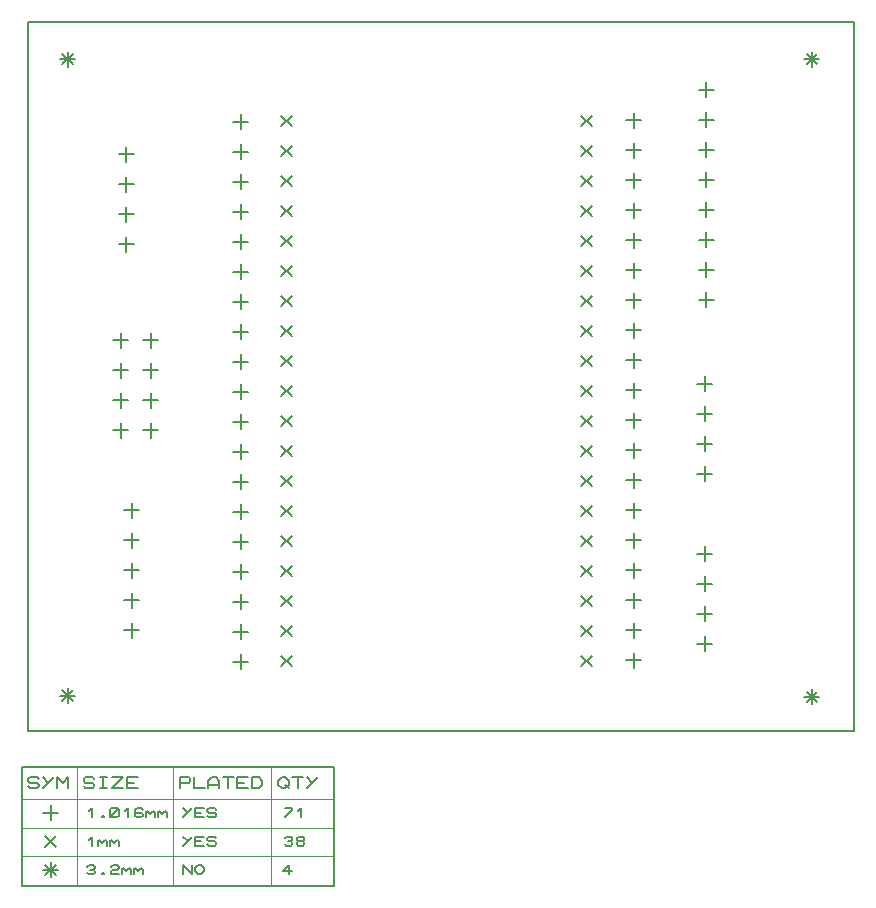
<source format=gbr>
G04 PROTEUS RS274X GERBER FILE*
%FSLAX45Y45*%
%MOMM*%
G01*
%ADD13C,0.203200*%
%ADD19C,0.127000*%
%ADD70C,0.063500*%
D13*
X-1352524Y+2211080D02*
X-1262722Y+2121278D01*
X-1352524Y+2121278D02*
X-1262722Y+2211080D01*
X-1352524Y+1957080D02*
X-1262722Y+1867278D01*
X-1352524Y+1867278D02*
X-1262722Y+1957080D01*
X-1352524Y+1703080D02*
X-1262722Y+1613278D01*
X-1352524Y+1613278D02*
X-1262722Y+1703080D01*
X-1352524Y+1449080D02*
X-1262722Y+1359278D01*
X-1352524Y+1359278D02*
X-1262722Y+1449080D01*
X-1352524Y+1195080D02*
X-1262722Y+1105278D01*
X-1352524Y+1105278D02*
X-1262722Y+1195080D01*
X-1352524Y+941080D02*
X-1262722Y+851278D01*
X-1352524Y+851278D02*
X-1262722Y+941080D01*
X-1352524Y+687080D02*
X-1262722Y+597278D01*
X-1352524Y+597278D02*
X-1262722Y+687080D01*
X-1352524Y+433080D02*
X-1262722Y+343278D01*
X-1352524Y+343278D02*
X-1262722Y+433080D01*
X-1352524Y+179080D02*
X-1262722Y+89278D01*
X-1352524Y+89278D02*
X-1262722Y+179080D01*
X-1352524Y-74911D02*
X-1262722Y-164713D01*
X-1352524Y-164713D02*
X-1262722Y-74911D01*
X-1352524Y-328920D02*
X-1262722Y-418722D01*
X-1352524Y-418722D02*
X-1262722Y-328920D01*
X-1352524Y-582920D02*
X-1262722Y-672722D01*
X-1352524Y-672722D02*
X-1262722Y-582920D01*
X-1352524Y-836920D02*
X-1262722Y-926722D01*
X-1352524Y-926722D02*
X-1262722Y-836920D01*
X-1352524Y-1090920D02*
X-1262722Y-1180722D01*
X-1352524Y-1180722D02*
X-1262722Y-1090920D01*
X-1352524Y-1344920D02*
X-1262722Y-1434722D01*
X-1352524Y-1434722D02*
X-1262722Y-1344920D01*
X-1352524Y-1598920D02*
X-1262722Y-1688722D01*
X-1352524Y-1688722D02*
X-1262722Y-1598920D01*
X-1352524Y-1852920D02*
X-1262722Y-1942722D01*
X-1352524Y-1942722D02*
X-1262722Y-1852920D01*
X-1352524Y-2106920D02*
X-1262722Y-2196722D01*
X-1352524Y-2196722D02*
X-1262722Y-2106920D01*
X-1352524Y-2360920D02*
X-1262722Y-2450722D01*
X-1352524Y-2450722D02*
X-1262722Y-2360920D01*
X+1187476Y-2360920D02*
X+1277278Y-2450722D01*
X+1187476Y-2450722D02*
X+1277278Y-2360920D01*
X+1187476Y-2106920D02*
X+1277278Y-2196722D01*
X+1187476Y-2196722D02*
X+1277278Y-2106920D01*
X+1187476Y-1852920D02*
X+1277278Y-1942722D01*
X+1187476Y-1942722D02*
X+1277278Y-1852920D01*
X+1187476Y-1598920D02*
X+1277278Y-1688722D01*
X+1187476Y-1688722D02*
X+1277278Y-1598920D01*
X+1187476Y-1344920D02*
X+1277278Y-1434722D01*
X+1187476Y-1434722D02*
X+1277278Y-1344920D01*
X+1187476Y-1090920D02*
X+1277278Y-1180722D01*
X+1187476Y-1180722D02*
X+1277278Y-1090920D01*
X+1187476Y-836920D02*
X+1277278Y-926722D01*
X+1187476Y-926722D02*
X+1277278Y-836920D01*
X+1187476Y-582920D02*
X+1277278Y-672722D01*
X+1187476Y-672722D02*
X+1277278Y-582920D01*
X+1187476Y-328920D02*
X+1277278Y-418722D01*
X+1187476Y-418722D02*
X+1277278Y-328920D01*
X+1187476Y-74911D02*
X+1277278Y-164713D01*
X+1187476Y-164713D02*
X+1277278Y-74911D01*
X+1187476Y+179080D02*
X+1277278Y+89278D01*
X+1187476Y+89278D02*
X+1277278Y+179080D01*
X+1187476Y+433080D02*
X+1277278Y+343278D01*
X+1187476Y+343278D02*
X+1277278Y+433080D01*
X+1187476Y+687080D02*
X+1277278Y+597278D01*
X+1187476Y+597278D02*
X+1277278Y+687080D01*
X+1187476Y+941080D02*
X+1277278Y+851278D01*
X+1187476Y+851278D02*
X+1277278Y+941080D01*
X+1187476Y+1195080D02*
X+1277278Y+1105278D01*
X+1187476Y+1105278D02*
X+1277278Y+1195080D01*
X+1187476Y+1449080D02*
X+1277278Y+1359278D01*
X+1187476Y+1359278D02*
X+1277278Y+1449080D01*
X+1187476Y+1703080D02*
X+1277278Y+1613278D01*
X+1187476Y+1613278D02*
X+1277278Y+1703080D01*
X+1187476Y+1957080D02*
X+1277278Y+1867278D01*
X+1187476Y+1867278D02*
X+1277278Y+1957080D01*
X+1187476Y+2211080D02*
X+1277278Y+2121278D01*
X+1187476Y+2121278D02*
X+1277278Y+2211080D01*
X-2617623Y-2081099D02*
X-2617623Y-2208099D01*
X-2681123Y-2144599D02*
X-2554123Y-2144599D01*
X-2617623Y-1827099D02*
X-2617623Y-1954099D01*
X-2681123Y-1890599D02*
X-2554123Y-1890599D01*
X-2617623Y-1573099D02*
X-2617623Y-1700099D01*
X-2681123Y-1636599D02*
X-2554123Y-1636599D01*
X-2617623Y-1319099D02*
X-2617623Y-1446099D01*
X-2681123Y-1382599D02*
X-2554123Y-1382599D01*
X-2617623Y-1065099D02*
X-2617623Y-1192099D01*
X-2681123Y-1128599D02*
X-2554123Y-1128599D01*
X-2665377Y+1948321D02*
X-2665377Y+1821321D01*
X-2728877Y+1884821D02*
X-2601877Y+1884821D01*
X-2665377Y+1694321D02*
X-2665377Y+1567321D01*
X-2728877Y+1630821D02*
X-2601877Y+1630821D01*
X-2665377Y+1440321D02*
X-2665377Y+1313321D01*
X-2728877Y+1376821D02*
X-2601877Y+1376821D01*
X-2665377Y+1186321D02*
X-2665377Y+1059321D01*
X-2728877Y+1122821D02*
X-2601877Y+1122821D01*
X+2232377Y+5278D02*
X+2232377Y-121722D01*
X+2168877Y-58222D02*
X+2295877Y-58222D01*
X+2232377Y-248722D02*
X+2232377Y-375722D01*
X+2168877Y-312222D02*
X+2295877Y-312222D01*
X+2232377Y-502722D02*
X+2232377Y-629722D01*
X+2168877Y-566222D02*
X+2295877Y-566222D01*
X+2232377Y-756722D02*
X+2232377Y-883722D01*
X+2168877Y-820222D02*
X+2295877Y-820222D01*
X+2232377Y-1435920D02*
X+2232377Y-1562920D01*
X+2168877Y-1499420D02*
X+2295877Y-1499420D01*
X+2232377Y-1689920D02*
X+2232377Y-1816920D01*
X+2168877Y-1753420D02*
X+2295877Y-1753420D01*
X+2232377Y-1943920D02*
X+2232377Y-2070920D01*
X+2168877Y-2007420D02*
X+2295877Y-2007420D01*
X+2232377Y-2197920D02*
X+2232377Y-2324920D01*
X+2168877Y-2261420D02*
X+2295877Y-2261420D01*
X-2711939Y+372732D02*
X-2711939Y+245732D01*
X-2775439Y+309232D02*
X-2648439Y+309232D01*
X-2711939Y+118732D02*
X-2711939Y-8268D01*
X-2775439Y+55232D02*
X-2648439Y+55232D01*
X-2711939Y-135268D02*
X-2711939Y-262268D01*
X-2775439Y-198768D02*
X-2648439Y-198768D01*
X-2711939Y-389268D02*
X-2711939Y-516268D01*
X-2775439Y-452768D02*
X-2648439Y-452768D01*
X-2457939Y-389268D02*
X-2457939Y-516268D01*
X-2521439Y-452768D02*
X-2394439Y-452768D01*
X-2457939Y-135268D02*
X-2457939Y-262268D01*
X-2521439Y-198768D02*
X-2394439Y-198768D01*
X-2457939Y+118732D02*
X-2457939Y-8268D01*
X-2521439Y+55232D02*
X-2394439Y+55232D01*
X-2457939Y+372732D02*
X-2457939Y+245732D01*
X-2521439Y+309232D02*
X-2394439Y+309232D01*
X+2245037Y+2495019D02*
X+2245037Y+2368019D01*
X+2181537Y+2431519D02*
X+2308537Y+2431519D01*
X+2245037Y+2241019D02*
X+2245037Y+2114019D01*
X+2181537Y+2177519D02*
X+2308537Y+2177519D01*
X+2245037Y+1987019D02*
X+2245037Y+1860019D01*
X+2181537Y+1923519D02*
X+2308537Y+1923519D01*
X+2245037Y+1733019D02*
X+2245037Y+1606019D01*
X+2181537Y+1669519D02*
X+2308537Y+1669519D01*
X+2245037Y+1479019D02*
X+2245037Y+1352019D01*
X+2181537Y+1415519D02*
X+2308537Y+1415519D01*
X+2245037Y+1225019D02*
X+2245037Y+1098019D01*
X+2181537Y+1161519D02*
X+2308537Y+1161519D01*
X+2245037Y+971019D02*
X+2245037Y+844019D01*
X+2181537Y+907519D02*
X+2308537Y+907519D01*
X+2245037Y+717019D02*
X+2245037Y+590019D01*
X+2181537Y+653519D02*
X+2308537Y+653519D01*
X-1697623Y+2224679D02*
X-1697623Y+2097679D01*
X-1761123Y+2161179D02*
X-1634123Y+2161179D01*
X-1697623Y+1970679D02*
X-1697623Y+1843679D01*
X-1761123Y+1907179D02*
X-1634123Y+1907179D01*
X-1697623Y+1716679D02*
X-1697623Y+1589679D01*
X-1761123Y+1653179D02*
X-1634123Y+1653179D01*
X-1697623Y+1462679D02*
X-1697623Y+1335679D01*
X-1761123Y+1399179D02*
X-1634123Y+1399179D01*
X-1697623Y+1208679D02*
X-1697623Y+1081679D01*
X-1761123Y+1145179D02*
X-1634123Y+1145179D01*
X-1697623Y+954679D02*
X-1697623Y+827679D01*
X-1761123Y+891179D02*
X-1634123Y+891179D01*
X-1697623Y+700679D02*
X-1697623Y+573679D01*
X-1761123Y+637179D02*
X-1634123Y+637179D01*
X-1697623Y+446679D02*
X-1697623Y+319679D01*
X-1761123Y+383179D02*
X-1634123Y+383179D01*
X-1697623Y+192679D02*
X-1697623Y+65679D01*
X-1761123Y+129179D02*
X-1634123Y+129179D01*
X-1697623Y-61321D02*
X-1697623Y-188321D01*
X-1761123Y-124821D02*
X-1634123Y-124821D01*
X-1697623Y-315321D02*
X-1697623Y-442321D01*
X-1761123Y-378821D02*
X-1634123Y-378821D01*
X-1697623Y-569321D02*
X-1697623Y-696321D01*
X-1761123Y-632821D02*
X-1634123Y-632821D01*
X-1697623Y-823321D02*
X-1697623Y-950321D01*
X-1761123Y-886821D02*
X-1634123Y-886821D01*
X-1697623Y-1077321D02*
X-1697623Y-1204321D01*
X-1761123Y-1140821D02*
X-1634123Y-1140821D01*
X-1697623Y-1331321D02*
X-1697623Y-1458321D01*
X-1761123Y-1394821D02*
X-1634123Y-1394821D01*
X-1697623Y-1585321D02*
X-1697623Y-1712321D01*
X-1761123Y-1648821D02*
X-1634123Y-1648821D01*
X-1697623Y-1839321D02*
X-1697623Y-1966321D01*
X-1761123Y-1902821D02*
X-1634123Y-1902821D01*
X-1697623Y-2094321D02*
X-1697623Y-2221321D01*
X-1761123Y-2157821D02*
X-1634123Y-2157821D01*
X-1697623Y-2348321D02*
X-1697623Y-2475321D01*
X-1761123Y-2411821D02*
X-1634123Y-2411821D01*
X+1632377Y+2234679D02*
X+1632377Y+2107679D01*
X+1568877Y+2171179D02*
X+1695877Y+2171179D01*
X+1632377Y+1980679D02*
X+1632377Y+1853679D01*
X+1568877Y+1917179D02*
X+1695877Y+1917179D01*
X+1632377Y+1726679D02*
X+1632377Y+1599679D01*
X+1568877Y+1663179D02*
X+1695877Y+1663179D01*
X+1632377Y+1472679D02*
X+1632377Y+1345679D01*
X+1568877Y+1409179D02*
X+1695877Y+1409179D01*
X+1632377Y+1218679D02*
X+1632377Y+1091679D01*
X+1568877Y+1155179D02*
X+1695877Y+1155179D01*
X+1632377Y+964679D02*
X+1632377Y+837679D01*
X+1568877Y+901179D02*
X+1695877Y+901179D01*
X+1632377Y+710679D02*
X+1632377Y+583679D01*
X+1568877Y+647179D02*
X+1695877Y+647179D01*
X+1632377Y+456679D02*
X+1632377Y+329679D01*
X+1568877Y+393179D02*
X+1695877Y+393179D01*
X+1632377Y+202679D02*
X+1632377Y+75679D01*
X+1568877Y+139179D02*
X+1695877Y+139179D01*
X+1632377Y-51321D02*
X+1632377Y-178321D01*
X+1568877Y-114821D02*
X+1695877Y-114821D01*
X+1632377Y-305321D02*
X+1632377Y-432321D01*
X+1568877Y-368821D02*
X+1695877Y-368821D01*
X+1632377Y-559321D02*
X+1632377Y-686321D01*
X+1568877Y-622821D02*
X+1695877Y-622821D01*
X+1632377Y-813321D02*
X+1632377Y-940321D01*
X+1568877Y-876821D02*
X+1695877Y-876821D01*
X+1632377Y-1067321D02*
X+1632377Y-1194321D01*
X+1568877Y-1130821D02*
X+1695877Y-1130821D01*
X+1632377Y-1321321D02*
X+1632377Y-1448321D01*
X+1568877Y-1384821D02*
X+1695877Y-1384821D01*
X+1632377Y-1575321D02*
X+1632377Y-1702321D01*
X+1568877Y-1638821D02*
X+1695877Y-1638821D01*
X+1632377Y-1829321D02*
X+1632377Y-1956321D01*
X+1568877Y-1892821D02*
X+1695877Y-1892821D01*
X+1632377Y-2084321D02*
X+1632377Y-2211321D01*
X+1568877Y-2147821D02*
X+1695877Y-2147821D01*
X+1632377Y-2338321D02*
X+1632377Y-2465321D01*
X+1568877Y-2401821D02*
X+1695877Y-2401821D01*
X-3160000Y+2753500D02*
X-3160000Y+2626500D01*
X-3223500Y+2690000D02*
X-3096500Y+2690000D01*
X-3204901Y+2734901D02*
X-3115099Y+2645099D01*
X-3204901Y+2645099D02*
X-3115099Y+2734901D01*
X+3140000Y+2753500D02*
X+3140000Y+2626500D01*
X+3076500Y+2690000D02*
X+3203500Y+2690000D01*
X+3095099Y+2734901D02*
X+3184901Y+2645099D01*
X+3095099Y+2645099D02*
X+3184901Y+2734901D01*
X-3160000Y-2636500D02*
X-3160000Y-2763500D01*
X-3223500Y-2700000D02*
X-3096500Y-2700000D01*
X-3204901Y-2655099D02*
X-3115099Y-2744901D01*
X-3204901Y-2744901D02*
X-3115099Y-2655099D01*
X+3140000Y-2646500D02*
X+3140000Y-2773500D01*
X+3076500Y-2710000D02*
X+3203500Y-2710000D01*
X+3095099Y-2665099D02*
X+3184901Y-2754901D01*
X+3095099Y-2754901D02*
X+3184901Y-2665099D01*
X-3500000Y-3000000D02*
X+3500000Y-3000000D01*
X+3500000Y+3000000D01*
X-3500000Y+3000000D01*
X-3500000Y-3000000D01*
D19*
X-3550800Y-4308100D02*
X-906660Y-4308100D01*
X-906660Y-3304800D01*
X-3550800Y-3304800D01*
X-3550800Y-4308100D01*
D70*
X-3083438Y-3304800D02*
X-3083438Y-4308100D01*
X-2270638Y-3304800D02*
X-2270638Y-4308100D01*
X-1437518Y-3304800D02*
X-1437518Y-4308100D01*
X-3550800Y-3577850D02*
X-906660Y-3577850D01*
X-3550800Y-3819150D02*
X-906660Y-3819150D01*
X-3550800Y-4060450D02*
X-906660Y-4060450D01*
D19*
X-3493650Y-3468630D02*
X-3478410Y-3483870D01*
X-3417450Y-3483870D01*
X-3402210Y-3468630D01*
X-3402210Y-3453390D01*
X-3417450Y-3438150D01*
X-3478410Y-3438150D01*
X-3493650Y-3422910D01*
X-3493650Y-3407670D01*
X-3478410Y-3392430D01*
X-3417450Y-3392430D01*
X-3402210Y-3407670D01*
X-3280290Y-3392430D02*
X-3371730Y-3483870D01*
X-3371730Y-3392430D02*
X-3326010Y-3438150D01*
X-3249810Y-3483870D02*
X-3249810Y-3392430D01*
X-3204090Y-3438150D01*
X-3158370Y-3392430D01*
X-3158370Y-3483870D01*
X-3026290Y-3468630D02*
X-3011050Y-3483870D01*
X-2950090Y-3483870D01*
X-2934850Y-3468630D01*
X-2934850Y-3453390D01*
X-2950090Y-3438150D01*
X-3011050Y-3438150D01*
X-3026290Y-3422910D01*
X-3026290Y-3407670D01*
X-3011050Y-3392430D01*
X-2950090Y-3392430D01*
X-2934850Y-3407670D01*
X-2889130Y-3392430D02*
X-2828170Y-3392430D01*
X-2858650Y-3392430D02*
X-2858650Y-3483870D01*
X-2889130Y-3483870D02*
X-2828170Y-3483870D01*
X-2782450Y-3392430D02*
X-2691010Y-3392430D01*
X-2782450Y-3483870D01*
X-2691010Y-3483870D01*
X-2569090Y-3483870D02*
X-2660530Y-3483870D01*
X-2660530Y-3392430D01*
X-2569090Y-3392430D01*
X-2660530Y-3438150D02*
X-2599570Y-3438150D01*
X-2213490Y-3483870D02*
X-2213490Y-3392430D01*
X-2137290Y-3392430D01*
X-2122050Y-3407670D01*
X-2122050Y-3422910D01*
X-2137290Y-3438150D01*
X-2213490Y-3438150D01*
X-2091570Y-3392430D02*
X-2091570Y-3483870D01*
X-2000130Y-3483870D01*
X-1969650Y-3483870D02*
X-1969650Y-3422910D01*
X-1939170Y-3392430D01*
X-1908690Y-3392430D01*
X-1878210Y-3422910D01*
X-1878210Y-3483870D01*
X-1969650Y-3453390D02*
X-1878210Y-3453390D01*
X-1847730Y-3392430D02*
X-1756290Y-3392430D01*
X-1802010Y-3392430D02*
X-1802010Y-3483870D01*
X-1634370Y-3483870D02*
X-1725810Y-3483870D01*
X-1725810Y-3392430D01*
X-1634370Y-3392430D01*
X-1725810Y-3438150D02*
X-1664850Y-3438150D01*
X-1603890Y-3483870D02*
X-1603890Y-3392430D01*
X-1542930Y-3392430D01*
X-1512450Y-3422910D01*
X-1512450Y-3453390D01*
X-1542930Y-3483870D01*
X-1603890Y-3483870D01*
X-1380370Y-3422910D02*
X-1349890Y-3392430D01*
X-1319410Y-3392430D01*
X-1288930Y-3422910D01*
X-1288930Y-3453390D01*
X-1319410Y-3483870D01*
X-1349890Y-3483870D01*
X-1380370Y-3453390D01*
X-1380370Y-3422910D01*
X-1319410Y-3453390D02*
X-1288930Y-3483870D01*
X-1258450Y-3392430D02*
X-1167010Y-3392430D01*
X-1212730Y-3392430D02*
X-1212730Y-3483870D01*
X-1045090Y-3392430D02*
X-1136530Y-3483870D01*
X-1136530Y-3392430D02*
X-1090810Y-3438150D01*
D13*
X-3304420Y-3628650D02*
X-3304420Y-3755650D01*
X-3367920Y-3692150D02*
X-3240920Y-3692150D01*
D19*
X-2981840Y-3679450D02*
X-2956440Y-3654050D01*
X-2956440Y-3730250D01*
X-2867540Y-3717550D02*
X-2854840Y-3717550D01*
X-2854840Y-3730250D01*
X-2867540Y-3730250D01*
X-2867540Y-3717550D01*
X-2804040Y-3717550D02*
X-2804040Y-3666750D01*
X-2791340Y-3654050D01*
X-2740540Y-3654050D01*
X-2727840Y-3666750D01*
X-2727840Y-3717550D01*
X-2740540Y-3730250D01*
X-2791340Y-3730250D01*
X-2804040Y-3717550D01*
X-2804040Y-3730250D02*
X-2727840Y-3654050D01*
X-2677040Y-3679450D02*
X-2651640Y-3654050D01*
X-2651640Y-3730250D01*
X-2524640Y-3666750D02*
X-2537340Y-3654050D01*
X-2575440Y-3654050D01*
X-2588140Y-3666750D01*
X-2588140Y-3717550D01*
X-2575440Y-3730250D01*
X-2537340Y-3730250D01*
X-2524640Y-3717550D01*
X-2524640Y-3704850D01*
X-2537340Y-3692150D01*
X-2588140Y-3692150D01*
X-2499240Y-3730250D02*
X-2499240Y-3679450D01*
X-2499240Y-3692150D02*
X-2486540Y-3679450D01*
X-2461140Y-3704850D01*
X-2435740Y-3679450D01*
X-2423040Y-3692150D01*
X-2423040Y-3730250D01*
X-2397640Y-3730250D02*
X-2397640Y-3679450D01*
X-2397640Y-3692150D02*
X-2384940Y-3679450D01*
X-2359540Y-3704850D01*
X-2334140Y-3679450D01*
X-2321440Y-3692150D01*
X-2321440Y-3730250D01*
X-2105540Y-3654050D02*
X-2181740Y-3730250D01*
X-2181740Y-3654050D02*
X-2143640Y-3692150D01*
X-2003940Y-3730250D02*
X-2080140Y-3730250D01*
X-2080140Y-3654050D01*
X-2003940Y-3654050D01*
X-2080140Y-3692150D02*
X-2029340Y-3692150D01*
X-1978540Y-3717550D02*
X-1965840Y-3730250D01*
X-1915040Y-3730250D01*
X-1902340Y-3717550D01*
X-1902340Y-3704850D01*
X-1915040Y-3692150D01*
X-1965840Y-3692150D01*
X-1978540Y-3679450D01*
X-1978540Y-3666750D01*
X-1965840Y-3654050D01*
X-1915040Y-3654050D01*
X-1902340Y-3666750D01*
X-1323220Y-3654050D02*
X-1259720Y-3654050D01*
X-1259720Y-3666750D01*
X-1323220Y-3730250D01*
X-1208920Y-3679450D02*
X-1183520Y-3654050D01*
X-1183520Y-3730250D01*
D13*
X-3349321Y-3888549D02*
X-3259519Y-3978351D01*
X-3349321Y-3978351D02*
X-3259519Y-3888549D01*
D19*
X-2981840Y-3920750D02*
X-2956440Y-3895350D01*
X-2956440Y-3971550D01*
X-2905640Y-3971550D02*
X-2905640Y-3920750D01*
X-2905640Y-3933450D02*
X-2892940Y-3920750D01*
X-2867540Y-3946150D01*
X-2842140Y-3920750D01*
X-2829440Y-3933450D01*
X-2829440Y-3971550D01*
X-2804040Y-3971550D02*
X-2804040Y-3920750D01*
X-2804040Y-3933450D02*
X-2791340Y-3920750D01*
X-2765940Y-3946150D01*
X-2740540Y-3920750D01*
X-2727840Y-3933450D01*
X-2727840Y-3971550D01*
X-2105540Y-3895350D02*
X-2181740Y-3971550D01*
X-2181740Y-3895350D02*
X-2143640Y-3933450D01*
X-2003940Y-3971550D02*
X-2080140Y-3971550D01*
X-2080140Y-3895350D01*
X-2003940Y-3895350D01*
X-2080140Y-3933450D02*
X-2029340Y-3933450D01*
X-1978540Y-3958850D02*
X-1965840Y-3971550D01*
X-1915040Y-3971550D01*
X-1902340Y-3958850D01*
X-1902340Y-3946150D01*
X-1915040Y-3933450D01*
X-1965840Y-3933450D01*
X-1978540Y-3920750D01*
X-1978540Y-3908050D01*
X-1965840Y-3895350D01*
X-1915040Y-3895350D01*
X-1902340Y-3908050D01*
X-1323220Y-3908050D02*
X-1310520Y-3895350D01*
X-1272420Y-3895350D01*
X-1259720Y-3908050D01*
X-1259720Y-3920750D01*
X-1272420Y-3933450D01*
X-1259720Y-3946150D01*
X-1259720Y-3958850D01*
X-1272420Y-3971550D01*
X-1310520Y-3971550D01*
X-1323220Y-3958850D01*
X-1297820Y-3933450D02*
X-1272420Y-3933450D01*
X-1208920Y-3933450D02*
X-1221620Y-3920750D01*
X-1221620Y-3908050D01*
X-1208920Y-3895350D01*
X-1170820Y-3895350D01*
X-1158120Y-3908050D01*
X-1158120Y-3920750D01*
X-1170820Y-3933450D01*
X-1208920Y-3933450D01*
X-1221620Y-3946150D01*
X-1221620Y-3958850D01*
X-1208920Y-3971550D01*
X-1170820Y-3971550D01*
X-1158120Y-3958850D01*
X-1158120Y-3946150D01*
X-1170820Y-3933450D01*
D13*
X-3304420Y-4111250D02*
X-3304420Y-4238250D01*
X-3367920Y-4174750D02*
X-3240920Y-4174750D01*
X-3349321Y-4129849D02*
X-3259519Y-4219651D01*
X-3349321Y-4219651D02*
X-3259519Y-4129849D01*
D19*
X-2994540Y-4149350D02*
X-2981840Y-4136650D01*
X-2943740Y-4136650D01*
X-2931040Y-4149350D01*
X-2931040Y-4162050D01*
X-2943740Y-4174750D01*
X-2931040Y-4187450D01*
X-2931040Y-4200150D01*
X-2943740Y-4212850D01*
X-2981840Y-4212850D01*
X-2994540Y-4200150D01*
X-2969140Y-4174750D02*
X-2943740Y-4174750D01*
X-2867540Y-4200150D02*
X-2854840Y-4200150D01*
X-2854840Y-4212850D01*
X-2867540Y-4212850D01*
X-2867540Y-4200150D01*
X-2791340Y-4149350D02*
X-2778640Y-4136650D01*
X-2740540Y-4136650D01*
X-2727840Y-4149350D01*
X-2727840Y-4162050D01*
X-2740540Y-4174750D01*
X-2778640Y-4174750D01*
X-2791340Y-4187450D01*
X-2791340Y-4212850D01*
X-2727840Y-4212850D01*
X-2702440Y-4212850D02*
X-2702440Y-4162050D01*
X-2702440Y-4174750D02*
X-2689740Y-4162050D01*
X-2664340Y-4187450D01*
X-2638940Y-4162050D01*
X-2626240Y-4174750D01*
X-2626240Y-4212850D01*
X-2600840Y-4212850D02*
X-2600840Y-4162050D01*
X-2600840Y-4174750D02*
X-2588140Y-4162050D01*
X-2562740Y-4187450D01*
X-2537340Y-4162050D01*
X-2524640Y-4174750D01*
X-2524640Y-4212850D01*
X-2181740Y-4212850D02*
X-2181740Y-4136650D01*
X-2105540Y-4212850D01*
X-2105540Y-4136650D01*
X-2080140Y-4162050D02*
X-2054740Y-4136650D01*
X-2029340Y-4136650D01*
X-2003940Y-4162050D01*
X-2003940Y-4187450D01*
X-2029340Y-4212850D01*
X-2054740Y-4212850D01*
X-2080140Y-4187450D01*
X-2080140Y-4162050D01*
X-1259720Y-4187450D02*
X-1335920Y-4187450D01*
X-1285120Y-4136650D01*
X-1285120Y-4212850D01*
M02*

</source>
